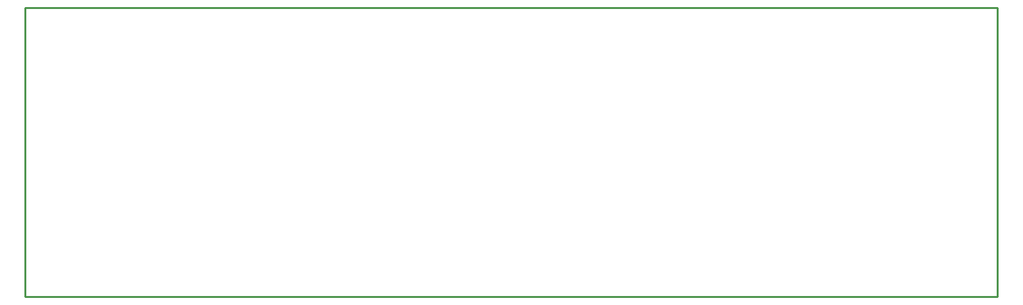
<source format=gko>
G04*
G04 #@! TF.GenerationSoftware,Altium Limited,Altium Designer,25.2.1 (25)*
G04*
G04 Layer_Color=16711935*
%FSLAX25Y25*%
%MOIN*%
G70*
G04*
G04 #@! TF.SameCoordinates,C1108634-7D56-49FF-B426-694D52BA22A1*
G04*
G04*
G04 #@! TF.FilePolarity,Positive*
G04*
G01*
G75*
%ADD10C,0.01000*%
D10*
X0Y0D02*
X505000D01*
X0Y150000D02*
X505000D01*
Y0D02*
Y150000D01*
X0Y0D02*
Y150000D01*
M02*

</source>
